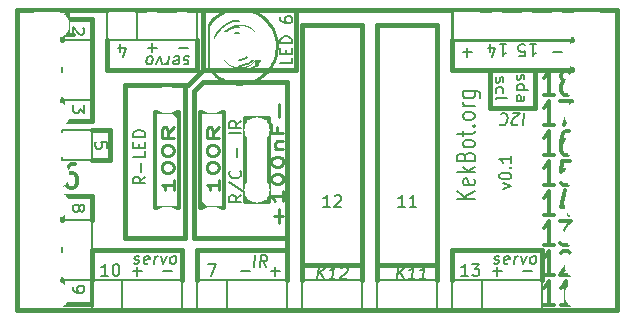
<source format=gto>
G04 (created by PCBNEW-RS274X (2011-nov-30)-testing) date Sun 24 Jun 2012 01:39:46 PM CEST*
%MOIN*%
G04 Gerber Fmt 3.4, Leading zero omitted, Abs format*
%FSLAX34Y34*%
G01*
G70*
G90*
G04 APERTURE LIST*
%ADD10C,0.006*%
%ADD11C,0.0059*%
%ADD12C,0.015*%
%ADD13C,0.0097*%
%ADD14C,0.012*%
%ADD15C,0.0077*%
%ADD16C,0.008*%
%ADD17C,0.003*%
%ADD18C,0.01*%
%ADD19C,0.09*%
%ADD20C,0.096*%
%ADD21R,0.09X0.09*%
%ADD22C,0.085*%
%ADD23O,0.1487X0.0892*%
%ADD24O,0.1487X0.09*%
G04 APERTURE END LIST*
G54D10*
G54D11*
X16160Y7840D02*
X16141Y7803D01*
X16141Y7728D01*
X16160Y7690D01*
X16198Y7672D01*
X16216Y7672D01*
X16254Y7690D01*
X16272Y7728D01*
X16272Y7784D01*
X16291Y7821D01*
X16329Y7840D01*
X16347Y7840D01*
X16385Y7821D01*
X16403Y7784D01*
X16403Y7728D01*
X16385Y7690D01*
X16141Y7335D02*
X16534Y7335D01*
X16160Y7335D02*
X16141Y7372D01*
X16141Y7447D01*
X16160Y7485D01*
X16179Y7503D01*
X16216Y7522D01*
X16329Y7522D01*
X16366Y7503D01*
X16385Y7485D01*
X16403Y7447D01*
X16403Y7372D01*
X16385Y7335D01*
X16141Y6979D02*
X16347Y6979D01*
X16385Y6998D01*
X16403Y7035D01*
X16403Y7110D01*
X16385Y7147D01*
X16160Y6979D02*
X16141Y7016D01*
X16141Y7110D01*
X16160Y7147D01*
X16198Y7166D01*
X16235Y7166D01*
X16272Y7147D01*
X16291Y7110D01*
X16291Y7016D01*
X16310Y6979D01*
X15460Y7754D02*
X15441Y7717D01*
X15441Y7642D01*
X15460Y7605D01*
X15497Y7586D01*
X15516Y7586D01*
X15553Y7605D01*
X15572Y7642D01*
X15572Y7698D01*
X15591Y7736D01*
X15628Y7754D01*
X15647Y7754D01*
X15684Y7736D01*
X15703Y7698D01*
X15703Y7642D01*
X15684Y7605D01*
X15460Y7251D02*
X15441Y7288D01*
X15441Y7363D01*
X15460Y7400D01*
X15479Y7419D01*
X15516Y7437D01*
X15628Y7437D01*
X15665Y7419D01*
X15684Y7400D01*
X15703Y7363D01*
X15703Y7288D01*
X15684Y7251D01*
X15441Y7027D02*
X15460Y7064D01*
X15497Y7083D01*
X15833Y7083D01*
X9925Y3441D02*
X9701Y3441D01*
X9813Y3441D02*
X9813Y3834D01*
X9776Y3778D01*
X9738Y3741D01*
X9701Y3722D01*
X10075Y3797D02*
X10094Y3816D01*
X10131Y3834D01*
X10225Y3834D01*
X10262Y3816D01*
X10281Y3797D01*
X10299Y3760D01*
X10299Y3722D01*
X10281Y3666D01*
X10056Y3441D01*
X10299Y3441D01*
X12425Y3441D02*
X12201Y3441D01*
X12313Y3441D02*
X12313Y3834D01*
X12276Y3778D01*
X12238Y3741D01*
X12201Y3722D01*
X12799Y3441D02*
X12575Y3441D01*
X12687Y3441D02*
X12687Y3834D01*
X12650Y3778D01*
X12612Y3741D01*
X12575Y3722D01*
G54D12*
X2000Y200D02*
X2000Y1000D01*
X1000Y200D02*
X2000Y200D01*
X1000Y1000D02*
X1000Y200D01*
X2000Y3800D02*
X2000Y3000D01*
X1000Y3800D02*
X2000Y3800D01*
X1000Y3000D02*
X1000Y3800D01*
X5400Y7300D02*
X5400Y2400D01*
X5700Y7600D02*
X8500Y7600D01*
X5400Y7300D02*
X5700Y7600D01*
X8500Y2000D02*
X8400Y2000D01*
X8500Y2400D02*
X8500Y2000D01*
X8500Y7500D02*
X8500Y2400D01*
X5500Y2400D02*
X8500Y2400D01*
X5200Y7500D02*
X5100Y7500D01*
X5700Y8000D02*
X5200Y7500D01*
X5100Y7500D02*
X5100Y7400D01*
X3100Y7500D02*
X5100Y7500D01*
X3100Y2400D02*
X3100Y7500D01*
X5100Y2400D02*
X3100Y2400D01*
X5100Y7500D02*
X5100Y2400D01*
G54D11*
X15697Y4039D02*
X15959Y4133D01*
X15697Y4226D01*
X15566Y4450D02*
X15566Y4488D01*
X15584Y4525D01*
X15603Y4544D01*
X15640Y4563D01*
X15715Y4581D01*
X15809Y4581D01*
X15884Y4563D01*
X15921Y4544D01*
X15940Y4525D01*
X15959Y4488D01*
X15959Y4450D01*
X15940Y4413D01*
X15921Y4394D01*
X15884Y4376D01*
X15809Y4357D01*
X15715Y4357D01*
X15640Y4376D01*
X15603Y4394D01*
X15584Y4413D01*
X15566Y4450D01*
X15921Y4750D02*
X15940Y4768D01*
X15959Y4750D01*
X15940Y4731D01*
X15921Y4750D01*
X15959Y4750D01*
X15959Y5142D02*
X15959Y4918D01*
X15959Y5030D02*
X15566Y5030D01*
X15622Y4993D01*
X15659Y4955D01*
X15678Y4918D01*
X6959Y3837D02*
X6771Y3706D01*
X6959Y3613D02*
X6566Y3613D01*
X6566Y3762D01*
X6584Y3800D01*
X6603Y3818D01*
X6640Y3837D01*
X6697Y3837D01*
X6734Y3818D01*
X6753Y3800D01*
X6771Y3762D01*
X6771Y3613D01*
X6547Y4286D02*
X7052Y3949D01*
X6921Y4642D02*
X6940Y4623D01*
X6959Y4567D01*
X6959Y4530D01*
X6940Y4474D01*
X6902Y4436D01*
X6865Y4418D01*
X6790Y4399D01*
X6734Y4399D01*
X6659Y4418D01*
X6622Y4436D01*
X6584Y4474D01*
X6566Y4530D01*
X6566Y4567D01*
X6584Y4623D01*
X6603Y4642D01*
X6809Y5110D02*
X6809Y5409D01*
X6959Y5896D02*
X6566Y5896D01*
X6959Y6307D02*
X6771Y6176D01*
X6959Y6083D02*
X6566Y6083D01*
X6566Y6232D01*
X6584Y6270D01*
X6603Y6288D01*
X6640Y6307D01*
X6697Y6307D01*
X6734Y6288D01*
X6753Y6270D01*
X6771Y6232D01*
X6771Y6083D01*
X3759Y4445D02*
X3571Y4314D01*
X3759Y4221D02*
X3366Y4221D01*
X3366Y4370D01*
X3384Y4408D01*
X3403Y4426D01*
X3440Y4445D01*
X3497Y4445D01*
X3534Y4426D01*
X3553Y4408D01*
X3571Y4370D01*
X3571Y4221D01*
X3609Y4614D02*
X3609Y4913D01*
X3759Y5288D02*
X3759Y5101D01*
X3366Y5101D01*
X3553Y5419D02*
X3553Y5550D01*
X3759Y5606D02*
X3759Y5419D01*
X3366Y5419D01*
X3366Y5606D01*
X3759Y5775D02*
X3366Y5775D01*
X3366Y5868D01*
X3384Y5924D01*
X3422Y5962D01*
X3459Y5980D01*
X3534Y5999D01*
X3590Y5999D01*
X3665Y5980D01*
X3702Y5962D01*
X3740Y5924D01*
X3759Y5868D01*
X3759Y5775D01*
G54D12*
X1000Y9700D02*
X1000Y9000D01*
X2000Y9700D02*
X1000Y9700D01*
X2000Y6300D02*
X2000Y9700D01*
X1000Y6300D02*
X2000Y6300D01*
X1000Y7000D02*
X1000Y6300D01*
X2600Y5000D02*
X2000Y5000D01*
X2600Y6000D02*
X2600Y5000D01*
X2000Y6000D02*
X2600Y6000D01*
X2600Y2000D02*
X2000Y2000D01*
X1000Y4200D02*
X1000Y4400D01*
X8800Y10000D02*
X8900Y10000D01*
X8800Y8000D02*
X8800Y10000D01*
X5700Y8000D02*
X8800Y8000D01*
X5700Y10000D02*
X5700Y8000D01*
G54D11*
X8659Y8411D02*
X8659Y8224D01*
X8266Y8224D01*
X8453Y8542D02*
X8453Y8673D01*
X8659Y8729D02*
X8659Y8542D01*
X8266Y8542D01*
X8266Y8729D01*
X8659Y8898D02*
X8266Y8898D01*
X8266Y8991D01*
X8284Y9047D01*
X8322Y9085D01*
X8359Y9103D01*
X8434Y9122D01*
X8490Y9122D01*
X8565Y9103D01*
X8602Y9085D01*
X8640Y9047D01*
X8659Y8991D01*
X8659Y8898D01*
X8266Y9758D02*
X8266Y9683D01*
X8284Y9646D01*
X8303Y9627D01*
X8359Y9590D01*
X8434Y9571D01*
X8584Y9571D01*
X8621Y9590D01*
X8640Y9608D01*
X8659Y9646D01*
X8659Y9721D01*
X8640Y9758D01*
X8621Y9777D01*
X8584Y9795D01*
X8490Y9795D01*
X8453Y9777D01*
X8434Y9758D01*
X8415Y9721D01*
X8415Y9646D01*
X8434Y9608D01*
X8453Y9590D01*
X8490Y9571D01*
G54D12*
X15250Y6750D02*
X15250Y8000D01*
X16750Y6750D02*
X15250Y6750D01*
X16750Y8000D02*
X16750Y6750D01*
G54D11*
X17351Y8591D02*
X17650Y8591D01*
G54D12*
X18000Y8000D02*
X18000Y9000D01*
X14000Y8000D02*
X18000Y8000D01*
X14000Y9000D02*
X14000Y8000D01*
X17000Y2000D02*
X17000Y1000D01*
X14000Y2000D02*
X17000Y2000D01*
X14000Y1000D02*
X14000Y2000D01*
X13500Y1500D02*
X13500Y1000D01*
X11500Y1500D02*
X11500Y1000D01*
X11000Y1500D02*
X11000Y1000D01*
X9000Y1000D02*
X9000Y1500D01*
X8500Y2000D02*
X8500Y1000D01*
X5500Y2000D02*
X8500Y2000D01*
X5500Y1000D02*
X5500Y2000D01*
X5000Y2000D02*
X5000Y1000D01*
X2000Y2000D02*
X5000Y2000D01*
X2000Y1000D02*
X2000Y2000D01*
X5500Y8000D02*
X5500Y9000D01*
X2500Y8000D02*
X5500Y8000D01*
X2500Y9000D02*
X2500Y8000D01*
G54D11*
X1341Y774D02*
X1341Y699D01*
X1360Y662D01*
X1379Y643D01*
X1435Y606D01*
X1509Y587D01*
X1659Y587D01*
X1696Y606D01*
X1715Y625D01*
X1733Y662D01*
X1733Y737D01*
X1715Y774D01*
X1696Y793D01*
X1659Y811D01*
X1565Y811D01*
X1528Y793D01*
X1509Y774D01*
X1491Y737D01*
X1491Y662D01*
X1509Y625D01*
X1528Y606D01*
X1565Y587D01*
X1565Y3437D02*
X1584Y3474D01*
X1603Y3493D01*
X1640Y3511D01*
X1659Y3511D01*
X1696Y3493D01*
X1715Y3474D01*
X1733Y3437D01*
X1733Y3362D01*
X1715Y3325D01*
X1696Y3306D01*
X1659Y3287D01*
X1640Y3287D01*
X1603Y3306D01*
X1584Y3325D01*
X1565Y3362D01*
X1565Y3437D01*
X1547Y3474D01*
X1528Y3493D01*
X1491Y3511D01*
X1416Y3511D01*
X1379Y3493D01*
X1360Y3474D01*
X1341Y3437D01*
X1341Y3362D01*
X1360Y3325D01*
X1379Y3306D01*
X1416Y3287D01*
X1491Y3287D01*
X1528Y3306D01*
X1547Y3325D01*
X1565Y3362D01*
X2483Y5406D02*
X2483Y5593D01*
X2297Y5611D01*
X2315Y5593D01*
X2334Y5555D01*
X2334Y5462D01*
X2315Y5425D01*
X2297Y5406D01*
X2259Y5387D01*
X2166Y5387D01*
X2129Y5406D01*
X2110Y5425D01*
X2091Y5462D01*
X2091Y5555D01*
X2110Y5593D01*
X2129Y5611D01*
X1733Y6830D02*
X1733Y6587D01*
X1584Y6718D01*
X1584Y6662D01*
X1565Y6625D01*
X1547Y6606D01*
X1509Y6587D01*
X1416Y6587D01*
X1379Y6606D01*
X1360Y6625D01*
X1341Y6662D01*
X1341Y6774D01*
X1360Y6811D01*
X1379Y6830D01*
X1696Y9411D02*
X1715Y9393D01*
X1733Y9355D01*
X1733Y9262D01*
X1715Y9225D01*
X1696Y9206D01*
X1659Y9187D01*
X1621Y9187D01*
X1565Y9206D01*
X1341Y9430D01*
X1341Y9187D01*
G54D13*
X8209Y2915D02*
X8209Y3372D01*
X8359Y3143D02*
X8060Y3143D01*
X8359Y3972D02*
X8359Y3629D01*
X8359Y3801D02*
X7967Y3801D01*
X8023Y3744D01*
X8060Y3686D01*
X8079Y3629D01*
X7967Y4343D02*
X7967Y4400D01*
X7985Y4457D01*
X8004Y4486D01*
X8041Y4515D01*
X8116Y4543D01*
X8209Y4543D01*
X8284Y4515D01*
X8321Y4486D01*
X8340Y4457D01*
X8359Y4400D01*
X8359Y4343D01*
X8340Y4286D01*
X8321Y4257D01*
X8284Y4229D01*
X8209Y4200D01*
X8116Y4200D01*
X8041Y4229D01*
X8004Y4257D01*
X7985Y4286D01*
X7967Y4343D01*
X7967Y4914D02*
X7967Y4971D01*
X7985Y5028D01*
X8004Y5057D01*
X8041Y5086D01*
X8116Y5114D01*
X8209Y5114D01*
X8284Y5086D01*
X8321Y5057D01*
X8340Y5028D01*
X8359Y4971D01*
X8359Y4914D01*
X8340Y4857D01*
X8321Y4828D01*
X8284Y4800D01*
X8209Y4771D01*
X8116Y4771D01*
X8041Y4800D01*
X8004Y4828D01*
X7985Y4857D01*
X7967Y4914D01*
X8097Y5371D02*
X8359Y5371D01*
X8135Y5371D02*
X8116Y5399D01*
X8097Y5457D01*
X8097Y5542D01*
X8116Y5599D01*
X8153Y5628D01*
X8359Y5628D01*
X8153Y6114D02*
X8153Y5914D01*
X8359Y5914D02*
X7967Y5914D01*
X7967Y6200D01*
X8209Y6428D02*
X8209Y6885D01*
X6209Y4351D02*
X6209Y4008D01*
X6209Y4180D02*
X5817Y4180D01*
X5873Y4123D01*
X5910Y4065D01*
X5929Y4008D01*
X5817Y4722D02*
X5817Y4779D01*
X5835Y4836D01*
X5854Y4865D01*
X5891Y4894D01*
X5966Y4922D01*
X6059Y4922D01*
X6134Y4894D01*
X6171Y4865D01*
X6190Y4836D01*
X6209Y4779D01*
X6209Y4722D01*
X6190Y4665D01*
X6171Y4636D01*
X6134Y4608D01*
X6059Y4579D01*
X5966Y4579D01*
X5891Y4608D01*
X5854Y4636D01*
X5835Y4665D01*
X5817Y4722D01*
X5817Y5293D02*
X5817Y5350D01*
X5835Y5407D01*
X5854Y5436D01*
X5891Y5465D01*
X5966Y5493D01*
X6059Y5493D01*
X6134Y5465D01*
X6171Y5436D01*
X6190Y5407D01*
X6209Y5350D01*
X6209Y5293D01*
X6190Y5236D01*
X6171Y5207D01*
X6134Y5179D01*
X6059Y5150D01*
X5966Y5150D01*
X5891Y5179D01*
X5854Y5207D01*
X5835Y5236D01*
X5817Y5293D01*
X6209Y6093D02*
X6022Y5893D01*
X6209Y5750D02*
X5817Y5750D01*
X5817Y5978D01*
X5835Y6036D01*
X5854Y6064D01*
X5891Y6093D01*
X5947Y6093D01*
X5985Y6064D01*
X6003Y6036D01*
X6022Y5978D01*
X6022Y5750D01*
X4709Y4351D02*
X4709Y4008D01*
X4709Y4180D02*
X4317Y4180D01*
X4373Y4123D01*
X4410Y4065D01*
X4429Y4008D01*
X4317Y4722D02*
X4317Y4779D01*
X4335Y4836D01*
X4354Y4865D01*
X4391Y4894D01*
X4466Y4922D01*
X4559Y4922D01*
X4634Y4894D01*
X4671Y4865D01*
X4690Y4836D01*
X4709Y4779D01*
X4709Y4722D01*
X4690Y4665D01*
X4671Y4636D01*
X4634Y4608D01*
X4559Y4579D01*
X4466Y4579D01*
X4391Y4608D01*
X4354Y4636D01*
X4335Y4665D01*
X4317Y4722D01*
X4317Y5293D02*
X4317Y5350D01*
X4335Y5407D01*
X4354Y5436D01*
X4391Y5465D01*
X4466Y5493D01*
X4559Y5493D01*
X4634Y5465D01*
X4671Y5436D01*
X4690Y5407D01*
X4709Y5350D01*
X4709Y5293D01*
X4690Y5236D01*
X4671Y5207D01*
X4634Y5179D01*
X4559Y5150D01*
X4466Y5150D01*
X4391Y5179D01*
X4354Y5207D01*
X4335Y5236D01*
X4317Y5293D01*
X4709Y6093D02*
X4522Y5893D01*
X4709Y5750D02*
X4317Y5750D01*
X4317Y5978D01*
X4335Y6036D01*
X4354Y6064D01*
X4391Y6093D01*
X4447Y6093D01*
X4485Y6064D01*
X4503Y6036D01*
X4522Y5978D01*
X4522Y5750D01*
G54D11*
X16574Y8859D02*
X16798Y8859D01*
X16686Y8859D02*
X16686Y8467D01*
X16724Y8523D01*
X16761Y8560D01*
X16798Y8579D01*
X16220Y8467D02*
X16407Y8467D01*
X16425Y8653D01*
X16407Y8635D01*
X16369Y8616D01*
X16276Y8616D01*
X16239Y8635D01*
X16220Y8653D01*
X16201Y8691D01*
X16201Y8784D01*
X16220Y8821D01*
X16239Y8840D01*
X16276Y8859D01*
X16369Y8859D01*
X16407Y8840D01*
X16425Y8821D01*
X15574Y8859D02*
X15798Y8859D01*
X15686Y8859D02*
X15686Y8467D01*
X15724Y8523D01*
X15761Y8560D01*
X15798Y8579D01*
X15239Y8597D02*
X15239Y8859D01*
X15332Y8448D02*
X15425Y8728D01*
X15183Y8728D01*
X14351Y8591D02*
X14650Y8591D01*
X14500Y8441D02*
X14500Y8741D01*
X5870Y1533D02*
X6131Y1533D01*
X5963Y1141D01*
X7951Y1291D02*
X8250Y1291D01*
X8100Y1141D02*
X8100Y1441D01*
X6951Y1291D02*
X7250Y1291D01*
G54D14*
X6272Y8481D02*
X6729Y8481D01*
X7272Y8481D02*
X7729Y8481D01*
X7500Y8176D02*
X7500Y8786D01*
G54D15*
X14739Y3713D02*
X14149Y3713D01*
X14739Y3983D02*
X14402Y3781D01*
X14149Y3983D02*
X14486Y3713D01*
X14711Y4365D02*
X14739Y4320D01*
X14739Y4230D01*
X14711Y4185D01*
X14655Y4163D01*
X14430Y4163D01*
X14374Y4185D01*
X14345Y4230D01*
X14345Y4320D01*
X14374Y4365D01*
X14430Y4388D01*
X14486Y4388D01*
X14542Y4163D01*
X14739Y4590D02*
X14149Y4590D01*
X14514Y4635D02*
X14739Y4770D01*
X14345Y4770D02*
X14570Y4590D01*
X14430Y5130D02*
X14458Y5197D01*
X14486Y5220D01*
X14542Y5242D01*
X14626Y5242D01*
X14683Y5220D01*
X14711Y5197D01*
X14739Y5152D01*
X14739Y4972D01*
X14149Y4972D01*
X14149Y5130D01*
X14177Y5175D01*
X14205Y5197D01*
X14261Y5220D01*
X14317Y5220D01*
X14374Y5197D01*
X14402Y5175D01*
X14430Y5130D01*
X14430Y4972D01*
X14739Y5512D02*
X14711Y5467D01*
X14683Y5444D01*
X14626Y5422D01*
X14458Y5422D01*
X14402Y5444D01*
X14374Y5467D01*
X14345Y5512D01*
X14345Y5579D01*
X14374Y5624D01*
X14402Y5647D01*
X14458Y5669D01*
X14626Y5669D01*
X14683Y5647D01*
X14711Y5624D01*
X14739Y5579D01*
X14739Y5512D01*
X14345Y5804D02*
X14345Y5984D01*
X14149Y5871D02*
X14655Y5871D01*
X14711Y5894D01*
X14739Y5939D01*
X14739Y5984D01*
X14683Y6141D02*
X14711Y6164D01*
X14739Y6141D01*
X14711Y6119D01*
X14683Y6141D01*
X14739Y6141D01*
X14739Y6434D02*
X14711Y6389D01*
X14683Y6366D01*
X14626Y6344D01*
X14458Y6344D01*
X14402Y6366D01*
X14374Y6389D01*
X14345Y6434D01*
X14345Y6501D01*
X14374Y6546D01*
X14402Y6569D01*
X14458Y6591D01*
X14626Y6591D01*
X14683Y6569D01*
X14711Y6546D01*
X14739Y6501D01*
X14739Y6434D01*
X14739Y6793D02*
X14345Y6793D01*
X14458Y6793D02*
X14402Y6816D01*
X14374Y6838D01*
X14345Y6883D01*
X14345Y6928D01*
X14345Y7288D02*
X14823Y7288D01*
X14879Y7265D01*
X14907Y7243D01*
X14935Y7198D01*
X14935Y7130D01*
X14907Y7085D01*
X14711Y7288D02*
X14739Y7243D01*
X14739Y7153D01*
X14711Y7108D01*
X14683Y7085D01*
X14626Y7063D01*
X14458Y7063D01*
X14402Y7085D01*
X14374Y7108D01*
X14345Y7153D01*
X14345Y7243D01*
X14374Y7288D01*
G54D11*
X2925Y8598D02*
X2925Y8860D01*
X3018Y8449D02*
X3111Y8729D01*
X2869Y8729D01*
X4901Y8741D02*
X5200Y8741D01*
X3851Y8741D02*
X4150Y8741D01*
X4000Y8591D02*
X4000Y8891D01*
X5219Y8440D02*
X5184Y8459D01*
X5109Y8459D01*
X5069Y8440D01*
X5046Y8402D01*
X5044Y8384D01*
X5057Y8346D01*
X5093Y8328D01*
X5149Y8328D01*
X5184Y8309D01*
X5198Y8271D01*
X5196Y8253D01*
X5172Y8215D01*
X5133Y8197D01*
X5077Y8197D01*
X5041Y8215D01*
X4733Y8440D02*
X4772Y8459D01*
X4847Y8459D01*
X4882Y8440D01*
X4896Y8402D01*
X4878Y8253D01*
X4854Y8215D01*
X4815Y8197D01*
X4740Y8197D01*
X4705Y8215D01*
X4691Y8253D01*
X4695Y8290D01*
X4887Y8328D01*
X4547Y8459D02*
X4515Y8197D01*
X4524Y8271D02*
X4501Y8234D01*
X4480Y8215D01*
X4441Y8197D01*
X4403Y8197D01*
X4310Y8197D02*
X4248Y8459D01*
X4123Y8197D01*
X3949Y8459D02*
X3985Y8440D01*
X4001Y8421D01*
X4015Y8384D01*
X4001Y8271D01*
X3977Y8234D01*
X3957Y8215D01*
X3917Y8197D01*
X3861Y8197D01*
X3826Y8215D01*
X3809Y8234D01*
X3795Y8271D01*
X3809Y8384D01*
X3833Y8421D01*
X3854Y8440D01*
X3893Y8459D01*
X3949Y8459D01*
X16351Y1291D02*
X16650Y1291D01*
X15351Y1291D02*
X15650Y1291D01*
X15500Y1141D02*
X15500Y1441D01*
X14526Y1141D02*
X14302Y1141D01*
X14414Y1141D02*
X14414Y1533D01*
X14376Y1477D01*
X14339Y1440D01*
X14302Y1421D01*
X14656Y1533D02*
X14899Y1533D01*
X14768Y1384D01*
X14824Y1384D01*
X14861Y1365D01*
X14880Y1347D01*
X14899Y1309D01*
X14899Y1216D01*
X14880Y1179D01*
X14861Y1160D01*
X14824Y1141D01*
X14712Y1141D01*
X14675Y1160D01*
X14656Y1179D01*
X4351Y1291D02*
X4650Y1291D01*
X3351Y1291D02*
X3650Y1291D01*
X3500Y1141D02*
X3500Y1441D01*
X2526Y1141D02*
X2302Y1141D01*
X2414Y1141D02*
X2414Y1533D01*
X2376Y1477D01*
X2339Y1440D01*
X2302Y1421D01*
X2768Y1533D02*
X2805Y1533D01*
X2843Y1515D01*
X2861Y1496D01*
X2880Y1459D01*
X2899Y1384D01*
X2899Y1291D01*
X2880Y1216D01*
X2861Y1179D01*
X2843Y1160D01*
X2805Y1141D01*
X2768Y1141D01*
X2731Y1160D01*
X2712Y1179D01*
X2693Y1216D01*
X2675Y1291D01*
X2675Y1384D01*
X2693Y1459D01*
X2712Y1496D01*
X2731Y1515D01*
X2768Y1533D01*
X7384Y1441D02*
X7433Y1833D01*
X7795Y1441D02*
X7688Y1628D01*
X7571Y1441D02*
X7620Y1833D01*
X7770Y1833D01*
X7804Y1815D01*
X7821Y1796D01*
X7834Y1759D01*
X7827Y1703D01*
X7805Y1665D01*
X7783Y1647D01*
X7744Y1628D01*
X7594Y1628D01*
G54D14*
X17386Y7176D02*
X17043Y7176D01*
X17215Y7176D02*
X17215Y7976D01*
X17158Y7862D01*
X17100Y7786D01*
X17043Y7748D01*
X17729Y7633D02*
X17671Y7671D01*
X17643Y7710D01*
X17614Y7786D01*
X17614Y7824D01*
X17643Y7900D01*
X17671Y7938D01*
X17729Y7976D01*
X17843Y7976D01*
X17900Y7938D01*
X17929Y7900D01*
X17957Y7824D01*
X17957Y7786D01*
X17929Y7710D01*
X17900Y7671D01*
X17843Y7633D01*
X17729Y7633D01*
X17671Y7595D01*
X17643Y7557D01*
X17614Y7481D01*
X17614Y7329D01*
X17643Y7252D01*
X17671Y7214D01*
X17729Y7176D01*
X17843Y7176D01*
X17900Y7214D01*
X17929Y7252D01*
X17957Y7329D01*
X17957Y7481D01*
X17929Y7557D01*
X17900Y7595D01*
X17843Y7633D01*
X17386Y6176D02*
X17043Y6176D01*
X17215Y6176D02*
X17215Y6976D01*
X17158Y6862D01*
X17100Y6786D01*
X17043Y6748D01*
X17586Y6976D02*
X17986Y6976D01*
X17729Y6176D01*
X17386Y5176D02*
X17043Y5176D01*
X17215Y5176D02*
X17215Y5976D01*
X17158Y5862D01*
X17100Y5786D01*
X17043Y5748D01*
X17900Y5976D02*
X17786Y5976D01*
X17729Y5938D01*
X17700Y5900D01*
X17643Y5786D01*
X17614Y5633D01*
X17614Y5329D01*
X17643Y5252D01*
X17671Y5214D01*
X17729Y5176D01*
X17843Y5176D01*
X17900Y5214D01*
X17929Y5252D01*
X17957Y5329D01*
X17957Y5519D01*
X17929Y5595D01*
X17900Y5633D01*
X17843Y5671D01*
X17729Y5671D01*
X17671Y5633D01*
X17643Y5595D01*
X17614Y5519D01*
X17386Y4176D02*
X17043Y4176D01*
X17215Y4176D02*
X17215Y4976D01*
X17158Y4862D01*
X17100Y4786D01*
X17043Y4748D01*
X17929Y4976D02*
X17643Y4976D01*
X17614Y4595D01*
X17643Y4633D01*
X17700Y4671D01*
X17843Y4671D01*
X17900Y4633D01*
X17929Y4595D01*
X17957Y4519D01*
X17957Y4329D01*
X17929Y4252D01*
X17900Y4214D01*
X17843Y4176D01*
X17700Y4176D01*
X17643Y4214D01*
X17614Y4252D01*
X17386Y3176D02*
X17043Y3176D01*
X17215Y3176D02*
X17215Y3976D01*
X17158Y3862D01*
X17100Y3786D01*
X17043Y3748D01*
X17900Y3710D02*
X17900Y3176D01*
X17757Y4014D02*
X17614Y3443D01*
X17986Y3443D01*
X17386Y2176D02*
X17043Y2176D01*
X17215Y2176D02*
X17215Y2976D01*
X17158Y2862D01*
X17100Y2786D01*
X17043Y2748D01*
X17586Y2976D02*
X17957Y2976D01*
X17757Y2671D01*
X17843Y2671D01*
X17900Y2633D01*
X17929Y2595D01*
X17957Y2519D01*
X17957Y2329D01*
X17929Y2252D01*
X17900Y2214D01*
X17843Y2176D01*
X17671Y2176D01*
X17614Y2214D01*
X17586Y2252D01*
X17386Y1176D02*
X17043Y1176D01*
X17215Y1176D02*
X17215Y1976D01*
X17158Y1862D01*
X17100Y1786D01*
X17043Y1748D01*
X17614Y1900D02*
X17643Y1938D01*
X17700Y1976D01*
X17843Y1976D01*
X17900Y1938D01*
X17929Y1900D01*
X17957Y1824D01*
X17957Y1748D01*
X17929Y1633D01*
X17586Y1176D01*
X17957Y1176D01*
X17386Y176D02*
X17043Y176D01*
X17215Y176D02*
X17215Y976D01*
X17158Y862D01*
X17100Y786D01*
X17043Y748D01*
X17957Y176D02*
X17614Y176D01*
X17786Y176D02*
X17786Y976D01*
X17729Y862D01*
X17671Y786D01*
X17614Y748D01*
X1415Y4876D02*
X1301Y4876D01*
X1244Y4838D01*
X1215Y4800D01*
X1158Y4686D01*
X1129Y4533D01*
X1129Y4229D01*
X1158Y4152D01*
X1186Y4114D01*
X1244Y4076D01*
X1358Y4076D01*
X1415Y4114D01*
X1444Y4152D01*
X1472Y4229D01*
X1472Y4419D01*
X1444Y4495D01*
X1415Y4533D01*
X1358Y4571D01*
X1244Y4571D01*
X1186Y4533D01*
X1158Y4495D01*
X1129Y4419D01*
X1372Y9176D02*
X1029Y9176D01*
X1201Y9176D02*
X1201Y9976D01*
X1144Y9862D01*
X1086Y9786D01*
X1029Y9748D01*
G54D11*
X16402Y6559D02*
X16353Y6167D01*
X16189Y6204D02*
X16169Y6185D01*
X16128Y6167D01*
X16035Y6167D01*
X16001Y6185D01*
X15984Y6204D01*
X15970Y6241D01*
X15974Y6279D01*
X16000Y6335D01*
X16252Y6559D01*
X16009Y6559D01*
X15614Y6521D02*
X15634Y6540D01*
X15692Y6559D01*
X15730Y6559D01*
X15784Y6540D01*
X15816Y6503D01*
X15831Y6465D01*
X15839Y6391D01*
X15832Y6335D01*
X15805Y6260D01*
X15781Y6223D01*
X15740Y6185D01*
X15681Y6167D01*
X15643Y6167D01*
X15590Y6185D01*
X15574Y6204D01*
X9504Y1041D02*
X9553Y1433D01*
X9728Y1041D02*
X9588Y1265D01*
X9777Y1433D02*
X9525Y1209D01*
X10102Y1041D02*
X9878Y1041D01*
X9990Y1041D02*
X10039Y1433D01*
X9995Y1377D01*
X9952Y1340D01*
X9913Y1321D01*
X10296Y1396D02*
X10317Y1415D01*
X10357Y1433D01*
X10451Y1433D01*
X10485Y1415D01*
X10502Y1396D01*
X10515Y1359D01*
X10511Y1321D01*
X10486Y1265D01*
X10233Y1041D01*
X10476Y1041D01*
X12154Y1041D02*
X12203Y1433D01*
X12378Y1041D02*
X12238Y1265D01*
X12427Y1433D02*
X12175Y1209D01*
X12752Y1041D02*
X12528Y1041D01*
X12640Y1041D02*
X12689Y1433D01*
X12645Y1377D01*
X12602Y1340D01*
X12563Y1321D01*
X13126Y1041D02*
X12902Y1041D01*
X13014Y1041D02*
X13063Y1433D01*
X13019Y1377D01*
X12976Y1340D01*
X12937Y1321D01*
X15383Y1560D02*
X15418Y1541D01*
X15493Y1541D01*
X15532Y1560D01*
X15556Y1597D01*
X15558Y1616D01*
X15544Y1653D01*
X15509Y1672D01*
X15453Y1672D01*
X15417Y1691D01*
X15404Y1728D01*
X15406Y1747D01*
X15429Y1784D01*
X15469Y1803D01*
X15525Y1803D01*
X15560Y1784D01*
X15868Y1560D02*
X15828Y1541D01*
X15754Y1541D01*
X15718Y1560D01*
X15705Y1597D01*
X15723Y1747D01*
X15746Y1784D01*
X15786Y1803D01*
X15860Y1803D01*
X15896Y1784D01*
X15909Y1747D01*
X15905Y1709D01*
X15714Y1672D01*
X16052Y1541D02*
X16084Y1803D01*
X16075Y1728D02*
X16099Y1765D01*
X16120Y1784D01*
X16159Y1803D01*
X16196Y1803D01*
X16290Y1803D02*
X16351Y1541D01*
X16477Y1803D01*
X16650Y1541D02*
X16615Y1560D01*
X16598Y1579D01*
X16585Y1616D01*
X16599Y1728D01*
X16622Y1765D01*
X16643Y1784D01*
X16682Y1803D01*
X16738Y1803D01*
X16774Y1784D01*
X16790Y1765D01*
X16804Y1728D01*
X16790Y1616D01*
X16766Y1579D01*
X16746Y1560D01*
X16706Y1541D01*
X16650Y1541D01*
X3383Y1560D02*
X3418Y1541D01*
X3493Y1541D01*
X3532Y1560D01*
X3556Y1597D01*
X3558Y1616D01*
X3544Y1653D01*
X3509Y1672D01*
X3453Y1672D01*
X3417Y1691D01*
X3404Y1728D01*
X3406Y1747D01*
X3429Y1784D01*
X3469Y1803D01*
X3525Y1803D01*
X3560Y1784D01*
X3868Y1560D02*
X3828Y1541D01*
X3754Y1541D01*
X3718Y1560D01*
X3705Y1597D01*
X3723Y1747D01*
X3746Y1784D01*
X3786Y1803D01*
X3860Y1803D01*
X3896Y1784D01*
X3909Y1747D01*
X3905Y1709D01*
X3714Y1672D01*
X4052Y1541D02*
X4084Y1803D01*
X4075Y1728D02*
X4099Y1765D01*
X4120Y1784D01*
X4159Y1803D01*
X4196Y1803D01*
X4290Y1803D02*
X4351Y1541D01*
X4477Y1803D01*
X4650Y1541D02*
X4615Y1560D01*
X4598Y1579D01*
X4585Y1616D01*
X4599Y1728D01*
X4622Y1765D01*
X4643Y1784D01*
X4682Y1803D01*
X4738Y1803D01*
X4774Y1784D01*
X4790Y1765D01*
X4804Y1728D01*
X4790Y1616D01*
X4766Y1579D01*
X4746Y1560D01*
X4706Y1541D01*
X4650Y1541D01*
G54D14*
X6000Y3000D02*
X6000Y3400D01*
X6000Y3400D02*
X5600Y3400D01*
X5600Y3400D02*
X5600Y6600D01*
X5600Y6600D02*
X6400Y6600D01*
X6400Y6600D02*
X6400Y3400D01*
X6400Y3400D02*
X6000Y3400D01*
X5800Y3400D02*
X5600Y3600D01*
X6000Y7000D02*
X6000Y6600D01*
X4500Y7000D02*
X4500Y6600D01*
X4500Y6600D02*
X4900Y6600D01*
X4900Y6600D02*
X4900Y3400D01*
X4900Y3400D02*
X4100Y3400D01*
X4100Y3400D02*
X4100Y6600D01*
X4100Y6600D02*
X4500Y6600D01*
X4700Y6600D02*
X4900Y6400D01*
X4500Y3000D02*
X4500Y3400D01*
G54D16*
X5880Y9550D02*
X5880Y8050D01*
G54D17*
X7607Y8800D02*
X7593Y8663D01*
X7553Y8531D01*
X7488Y8409D01*
X7401Y8302D01*
X7295Y8214D01*
X7173Y8149D01*
X7042Y8108D01*
X6904Y8094D01*
X6768Y8106D01*
X6636Y8145D01*
X6513Y8209D01*
X6406Y8295D01*
X6317Y8401D01*
X6251Y8522D01*
X6209Y8654D01*
X6194Y8791D01*
X6205Y8927D01*
X6243Y9060D01*
X6306Y9182D01*
X6392Y9291D01*
X6497Y9380D01*
X6617Y9447D01*
X6749Y9490D01*
X6886Y9506D01*
X7022Y9496D01*
X7155Y9459D01*
X7278Y9396D01*
X7387Y9311D01*
X7477Y9207D01*
X7545Y9087D01*
X7589Y8956D01*
X7606Y8819D01*
X7607Y8800D01*
G54D18*
X5901Y8050D02*
X5970Y7966D01*
X6046Y7888D01*
X6129Y7817D01*
X6218Y7753D01*
X6312Y7698D01*
X6410Y7651D01*
X6512Y7612D01*
X6617Y7583D01*
X6724Y7563D01*
X6833Y7552D01*
X6941Y7551D01*
X7050Y7560D01*
X7157Y7577D01*
X7263Y7604D01*
X7366Y7641D01*
X7465Y7686D01*
X7560Y7739D01*
X7650Y7801D01*
X7734Y7870D01*
X7812Y7946D01*
X7883Y8029D01*
X7947Y8118D01*
X8002Y8212D01*
X8049Y8310D01*
X8088Y8412D01*
X8117Y8517D01*
X8137Y8624D01*
X8148Y8733D01*
X8149Y8841D01*
X8140Y8950D01*
X8123Y9057D01*
X8096Y9163D01*
X8059Y9266D01*
X8014Y9365D01*
X7961Y9460D01*
X7899Y9550D01*
X7830Y9634D01*
X7754Y9712D01*
X7671Y9783D01*
X7582Y9847D01*
X7488Y9902D01*
X7390Y9949D01*
X7288Y9988D01*
X7183Y10017D01*
X7076Y10037D01*
X6967Y10048D01*
X6859Y10049D01*
X6750Y10040D01*
X6643Y10023D01*
X6537Y9996D01*
X6434Y9959D01*
X6335Y9914D01*
X6240Y9861D01*
X6150Y9799D01*
X6066Y9730D01*
X5988Y9654D01*
X5917Y9571D01*
X5901Y9550D01*
G54D10*
X6900Y8350D02*
X6939Y8352D01*
X6978Y8357D01*
X7016Y8366D01*
X7053Y8378D01*
X7090Y8393D01*
X7125Y8411D01*
X7158Y8432D01*
X7189Y8456D01*
X7218Y8482D01*
X7244Y8511D01*
X7268Y8542D01*
X7289Y8576D01*
X7307Y8610D01*
X7322Y8647D01*
X7334Y8684D01*
X7343Y8722D01*
X7348Y8761D01*
X7350Y8800D01*
X6900Y9250D02*
X6861Y9248D01*
X6822Y9243D01*
X6784Y9234D01*
X6747Y9222D01*
X6710Y9207D01*
X6676Y9189D01*
X6642Y9168D01*
X6611Y9144D01*
X6582Y9118D01*
X6556Y9089D01*
X6532Y9058D01*
X6511Y9024D01*
X6493Y8990D01*
X6478Y8953D01*
X6466Y8916D01*
X6457Y8878D01*
X6452Y8839D01*
X6450Y8800D01*
X6900Y8150D02*
X6956Y8153D01*
X7012Y8160D01*
X7068Y8173D01*
X7122Y8190D01*
X7174Y8211D01*
X7225Y8238D01*
X7272Y8268D01*
X7317Y8303D01*
X7359Y8341D01*
X7397Y8383D01*
X7432Y8428D01*
X7462Y8476D01*
X7489Y8526D01*
X7510Y8578D01*
X7527Y8632D01*
X7540Y8688D01*
X7547Y8744D01*
X7550Y8800D01*
X6900Y9450D02*
X6844Y9447D01*
X6788Y9440D01*
X6732Y9427D01*
X6678Y9410D01*
X6626Y9389D01*
X6576Y9362D01*
X6528Y9332D01*
X6483Y9297D01*
X6441Y9259D01*
X6403Y9217D01*
X6368Y9172D01*
X6338Y9124D01*
X6311Y9074D01*
X6290Y9022D01*
X6273Y8968D01*
X6260Y8912D01*
X6253Y8856D01*
X6250Y8800D01*
X6900Y7950D02*
X6974Y7954D01*
X7047Y7963D01*
X7119Y7979D01*
X7190Y8002D01*
X7259Y8030D01*
X7325Y8064D01*
X7387Y8104D01*
X7446Y8149D01*
X7501Y8199D01*
X7551Y8254D01*
X7596Y8313D01*
X7636Y8376D01*
X7670Y8441D01*
X7698Y8510D01*
X7721Y8581D01*
X7737Y8653D01*
X7746Y8726D01*
X7750Y8800D01*
X6900Y9650D02*
X6826Y9646D01*
X6753Y9637D01*
X6681Y9621D01*
X6610Y9598D01*
X6541Y9570D01*
X6476Y9536D01*
X6413Y9496D01*
X6354Y9451D01*
X6299Y9401D01*
X6249Y9346D01*
X6204Y9287D01*
X6164Y9224D01*
X6130Y9159D01*
X6102Y9090D01*
X6079Y9019D01*
X6063Y8947D01*
X6054Y8874D01*
X6050Y8800D01*
G54D12*
X13500Y9500D02*
X11500Y9500D01*
X11500Y9500D02*
X11500Y1500D01*
X11500Y1500D02*
X13500Y1500D01*
X13500Y1500D02*
X13500Y9500D01*
X11000Y9500D02*
X9000Y9500D01*
X9000Y9500D02*
X9000Y1500D01*
X9000Y1500D02*
X11000Y1500D01*
X11000Y1500D02*
X11000Y9500D01*
G54D18*
X18000Y9000D02*
X14000Y9000D01*
X18000Y10000D02*
X14000Y10000D01*
X14000Y10000D02*
X14000Y9000D01*
X18000Y9000D02*
X18000Y10000D01*
G54D10*
X5500Y0D02*
X5500Y1000D01*
X5500Y1000D02*
X8500Y1000D01*
X8500Y1000D02*
X8500Y0D01*
X8500Y0D02*
X5500Y0D01*
X6500Y1000D02*
X6500Y0D01*
X14000Y0D02*
X14000Y1000D01*
X14000Y1000D02*
X17000Y1000D01*
X17000Y1000D02*
X17000Y0D01*
X17000Y0D02*
X14000Y0D01*
X15000Y1000D02*
X15000Y0D01*
X2000Y0D02*
X2000Y1000D01*
X2000Y1000D02*
X5000Y1000D01*
X5000Y1000D02*
X5000Y0D01*
X5000Y0D02*
X2000Y0D01*
X3000Y1000D02*
X3000Y0D01*
X9000Y0D02*
X9000Y1000D01*
X9000Y1000D02*
X11000Y1000D01*
X11000Y1000D02*
X11000Y0D01*
X11000Y0D02*
X9000Y0D01*
X11500Y0D02*
X11500Y1000D01*
X11500Y1000D02*
X13500Y1000D01*
X13500Y1000D02*
X13500Y0D01*
X13500Y0D02*
X11500Y0D01*
X2500Y9000D02*
X2500Y10000D01*
X2500Y10000D02*
X5500Y10000D01*
X5500Y10000D02*
X5500Y9000D01*
X5500Y9000D02*
X2500Y9000D01*
X3500Y10000D02*
X3500Y9000D01*
X1000Y3000D02*
X2000Y3000D01*
X2000Y3000D02*
X2000Y1000D01*
X2000Y1000D02*
X1000Y1000D01*
X1000Y1000D02*
X1000Y3000D01*
X2000Y5000D02*
X1000Y5000D01*
X1000Y6000D02*
X2000Y6000D01*
X1000Y5000D02*
X1000Y6000D01*
X2000Y6000D02*
X2000Y5000D01*
X1000Y9000D02*
X2000Y9000D01*
X2000Y9000D02*
X2000Y7000D01*
X2000Y7000D02*
X1000Y7000D01*
X1000Y7000D02*
X1000Y9000D01*
G54D14*
X7100Y3600D02*
X7100Y6400D01*
X7100Y6400D02*
X7900Y6400D01*
X7900Y6400D02*
X7900Y3600D01*
X7900Y3600D02*
X7100Y3600D01*
X7300Y3600D02*
X7100Y3800D01*
G54D12*
X-500Y0D02*
X19500Y0D01*
X19500Y0D02*
X19500Y10000D01*
X19500Y10000D02*
X-500Y10000D01*
X-500Y10000D02*
X-500Y0D01*
%LPC*%
G54D19*
X6000Y3000D03*
X6000Y7000D03*
X4500Y7000D03*
X4500Y3000D03*
G54D20*
X7500Y8800D03*
X6500Y8800D03*
G54D19*
X12500Y8500D03*
X12500Y6500D03*
X12500Y4500D03*
X12500Y2500D03*
X10000Y8500D03*
X10000Y6500D03*
X10000Y4500D03*
X10000Y2500D03*
G54D21*
X14500Y9500D03*
G54D19*
X15500Y9500D03*
X16500Y9500D03*
X17500Y9500D03*
G54D21*
X6000Y500D03*
G54D19*
X7000Y500D03*
X8000Y500D03*
G54D21*
X14500Y500D03*
G54D19*
X15500Y500D03*
X16500Y500D03*
G54D21*
X2500Y500D03*
G54D19*
X3500Y500D03*
X4500Y500D03*
G54D21*
X9500Y500D03*
G54D19*
X10500Y500D03*
G54D21*
X12000Y500D03*
G54D19*
X13000Y500D03*
G54D21*
X3000Y9500D03*
G54D19*
X4000Y9500D03*
X5000Y9500D03*
G54D21*
X1500Y2500D03*
G54D19*
X1500Y1500D03*
G54D21*
X1500Y5500D03*
X1500Y8500D03*
G54D19*
X1500Y7500D03*
G54D22*
X7500Y4000D03*
X7500Y6000D03*
G54D23*
X500Y9500D03*
X500Y8500D03*
X500Y7500D03*
X500Y6500D03*
X500Y5500D03*
X500Y4500D03*
X500Y3500D03*
G54D24*
X500Y2500D03*
G54D23*
X500Y1500D03*
G54D24*
X500Y500D03*
G54D23*
X18500Y500D03*
X18500Y1500D03*
X18500Y2500D03*
X18500Y3500D03*
X18500Y4500D03*
X18500Y5500D03*
X18500Y6500D03*
X18500Y7500D03*
X18500Y8500D03*
X18500Y9500D03*
M02*

</source>
